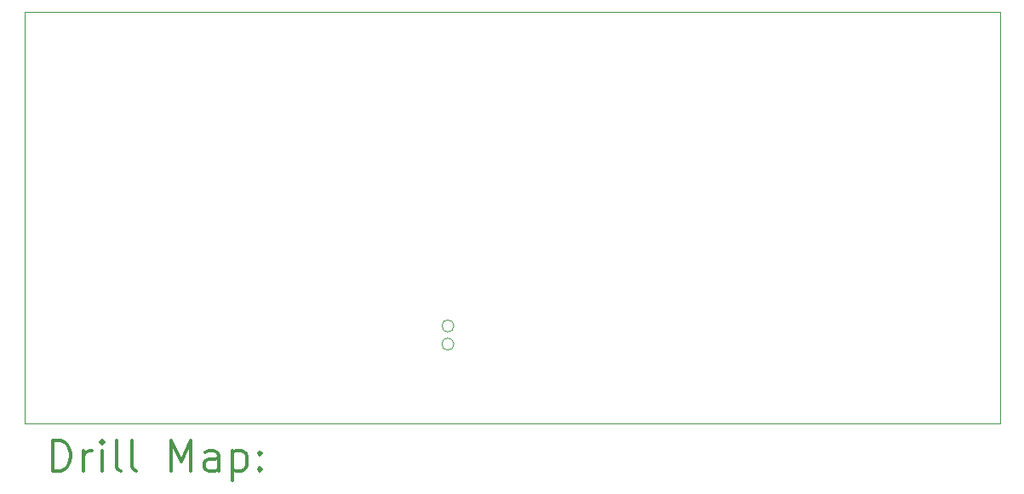
<source format=gbr>
%FSLAX45Y45*%
G04 Gerber Fmt 4.5, Leading zero omitted, Abs format (unit mm)*
G04 Created by KiCad (PCBNEW (5.1.5)-3) date 2021-02-19 06:09:15*
%MOMM*%
%LPD*%
G04 APERTURE LIST*
%TA.AperFunction,Profile*%
%ADD10C,0.050000*%
%TD*%
%ADD11C,0.200000*%
%ADD12C,0.300000*%
G04 APERTURE END LIST*
D10*
X14069000Y-9358000D02*
G75*
G03X14069000Y-9358000I-60000J0D01*
G01*
X14070000Y-9177000D02*
G75*
G03X14070000Y-9177000I-60000J0D01*
G01*
X9800000Y-6050000D02*
X9800000Y-10150000D01*
X19500000Y-10150000D02*
X9800000Y-10150000D01*
X19500000Y-6050000D02*
X19500000Y-10150000D01*
X9800000Y-6050000D02*
X19500000Y-6050000D01*
D11*
D12*
X10083928Y-10618214D02*
X10083928Y-10318214D01*
X10155357Y-10318214D01*
X10198214Y-10332500D01*
X10226786Y-10361072D01*
X10241071Y-10389643D01*
X10255357Y-10446786D01*
X10255357Y-10489643D01*
X10241071Y-10546786D01*
X10226786Y-10575357D01*
X10198214Y-10603929D01*
X10155357Y-10618214D01*
X10083928Y-10618214D01*
X10383928Y-10618214D02*
X10383928Y-10418214D01*
X10383928Y-10475357D02*
X10398214Y-10446786D01*
X10412500Y-10432500D01*
X10441071Y-10418214D01*
X10469643Y-10418214D01*
X10569643Y-10618214D02*
X10569643Y-10418214D01*
X10569643Y-10318214D02*
X10555357Y-10332500D01*
X10569643Y-10346786D01*
X10583928Y-10332500D01*
X10569643Y-10318214D01*
X10569643Y-10346786D01*
X10755357Y-10618214D02*
X10726786Y-10603929D01*
X10712500Y-10575357D01*
X10712500Y-10318214D01*
X10912500Y-10618214D02*
X10883928Y-10603929D01*
X10869643Y-10575357D01*
X10869643Y-10318214D01*
X11255357Y-10618214D02*
X11255357Y-10318214D01*
X11355357Y-10532500D01*
X11455357Y-10318214D01*
X11455357Y-10618214D01*
X11726786Y-10618214D02*
X11726786Y-10461072D01*
X11712500Y-10432500D01*
X11683928Y-10418214D01*
X11626786Y-10418214D01*
X11598214Y-10432500D01*
X11726786Y-10603929D02*
X11698214Y-10618214D01*
X11626786Y-10618214D01*
X11598214Y-10603929D01*
X11583928Y-10575357D01*
X11583928Y-10546786D01*
X11598214Y-10518214D01*
X11626786Y-10503929D01*
X11698214Y-10503929D01*
X11726786Y-10489643D01*
X11869643Y-10418214D02*
X11869643Y-10718214D01*
X11869643Y-10432500D02*
X11898214Y-10418214D01*
X11955357Y-10418214D01*
X11983928Y-10432500D01*
X11998214Y-10446786D01*
X12012500Y-10475357D01*
X12012500Y-10561072D01*
X11998214Y-10589643D01*
X11983928Y-10603929D01*
X11955357Y-10618214D01*
X11898214Y-10618214D01*
X11869643Y-10603929D01*
X12141071Y-10589643D02*
X12155357Y-10603929D01*
X12141071Y-10618214D01*
X12126786Y-10603929D01*
X12141071Y-10589643D01*
X12141071Y-10618214D01*
X12141071Y-10432500D02*
X12155357Y-10446786D01*
X12141071Y-10461072D01*
X12126786Y-10446786D01*
X12141071Y-10432500D01*
X12141071Y-10461072D01*
M02*

</source>
